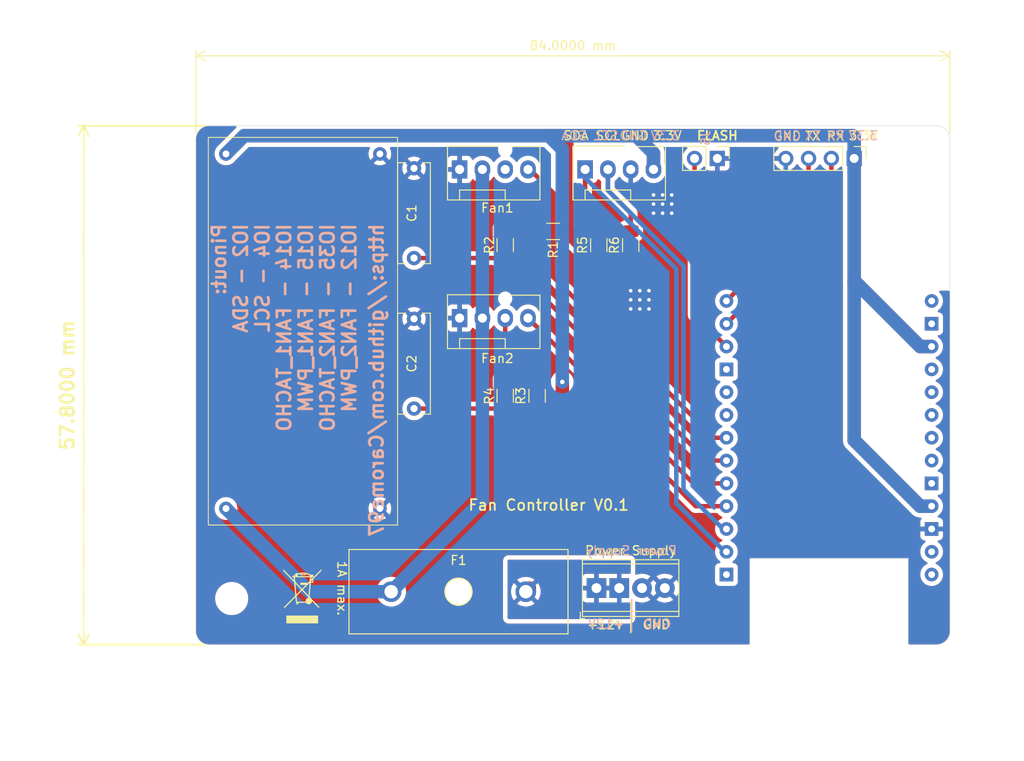
<source format=kicad_pcb>
(kicad_pcb (version 20221018) (generator pcbnew)
  (title_block (title "WS2812-Controller Ethernet") (date "2022-01-30") (rev "0.3") (company "haus-automatisierung.com") (comment 1 "Matthias Kleine"))
  (layers (0 "F.Cu" signal) (31 "B.Cu" signal) (34 "B.Paste" user) (35 "F.Paste" user) (36 "B.SilkS" user "B.Silkscreen") (37 "F.SilkS" user "F.Silkscreen") (38 "B.Mask" user) (39 "F.Mask" user) (44 "Edge.Cuts" user))
  (net 0 "")
  (net 1 "GND")
  (net 2 "/TX")
  (net 3 "/RX")
  (net 4 "/SUPPLY")
  (net 5 "IO0")
  (net 8 "GPIO35")
  (net 14 "+12V")
  (net 18 "FAN1_TACHO")
  (net 21 "GPIO14")
  (net 23 "FAN1_PWM")
  (net 24 "FAN2_TACHO")
  (net 25 "FAN2_PWM")
  (net 26 "SDA")
  (net 27 "SCL")
  (net 28 "+3V3")
  (footprint "TerminalBlock_Phoenix:TerminalBlock_Phoenix_MPT-0,5-4-2.54_1x04_P2.54mm_Horizontal" (layer "F.Cu") (at 189.222436 109.327728)
    (fp_text reference "J2" hide)
    (fp_text value "Conn_01x04_Male")
    (fp_line (start -1.8 2.66) (end -1.8 3.4) (stroke (width 0.12)) (layer "F.SilkS"))
    (fp_line (start -1.8 3.4) (end -1.3 3.4) (stroke (width 0.12)) (layer "F.SilkS"))
    (fp_line (start -1.56 -3.16) (end -1.56 3.16) (stroke (width 0.12)) (layer "F.SilkS"))
    (fp_line (start -1.56 -3.16) (end 9.18 -3.16) (stroke (width 0.12)) (layer "F.SilkS"))
    (fp_line (start -1.56 -2.7) (end 9.18 -2.7) (stroke (width 0.12)) (layer "F.SilkS"))
    (fp_line (start -1.56 2.6) (end 9.18 2.6) (stroke (width 0.12)) (layer "F.SilkS"))
    (fp_line (start -1.56 3.16) (end 9.18 3.16) (stroke (width 0.12)) (layer "F.SilkS"))
    (fp_line (start 9.18 -3.16) (end 9.18 3.16) (stroke (width 0.12)) (layer "F.SilkS"))
    (pad "1" thru_hole rect (at 0 0) (size 2.2 2.2) (drill 1.1) (layers "*.Cu" "*.Mask") (net 4 "/SUPPLY"))
    (pad "2" thru_hole rect (at 2.54 0) (size 2.2 2.2) (drill 1.1) (layers "*.Cu" "*.Mask") (net 4 "/SUPPLY"))
    (pad "3" thru_hole circle (at 5.08 0) (size 2.2 2.2) (drill 1.1) (layers "*.Cu" "*.Mask") (net 1 "GND"))
    (pad "4" thru_hole circle (at 7.62 0) (size 2.2 2.2) (drill 1.1) (layers "*.Cu" "*.Mask") (net 1 "GND"))
  )
  (footprint "Connector_PinHeader_2.54mm:PinHeader_1x04_P2.54mm_Vertical" (layer "F.Cu") (at 217.932 61.468 -90)
    (fp_text reference "J1" hide)
    (fp_text value "Programming Port")
    (fp_line (start -1.33 -1.33) (end 0 -1.33) (stroke (width 0.12)) (layer "F.SilkS"))
    (fp_line (start -1.33 0) (end -1.33 -1.33) (stroke (width 0.12)) (layer "F.SilkS"))
    (fp_line (start -1.33 1.27) (end -1.33 8.95) (stroke (width 0.12)) (layer "F.SilkS"))
    (fp_line (start -1.33 1.27) (end 1.33 1.27) (stroke (width 0.12)) (layer "F.SilkS"))
    (fp_line (start -1.33 8.95) (end 1.33 8.95) (stroke (width 0.12)) (layer "F.SilkS"))
    (fp_line (start 1.33 1.27) (end 1.33 8.95) (stroke (width 0.12)) (layer "F.SilkS"))
    (pad "1" thru_hole rect (at 0 0 270) (size 1.7 1.7) (drill 1) (layers "*.Cu" "*.Mask") (net 28 "+3V3"))
    (pad "2" thru_hole oval (at 0 2.54 270) (size 1.7 1.7) (drill 1) (layers "*.Cu" "*.Mask") (net 3 "/RX"))
    (pad "3" thru_hole oval (at 0 5.08 270) (size 1.7 1.7) (drill 1) (layers "*.Cu" "*.Mask") (net 2 "/TX"))
    (pad "4" thru_hole oval (at 0 7.62 270) (size 1.7 1.7) (drill 1) (layers "*.Cu" "*.Mask") (net 1 "GND"))
  )
  (footprint "Symbol:WEEE-Logo_4.2x6mm_SilkScreen" (layer "F.Cu") (at 156.464 110.236)
    (fp_text reference "REF**" hide)
    (fp_text value "WEEE-Logo_4.2x6mm_SilkScreen" hide)
    (fp_poly (pts (xy 1.747822 3.017822) (xy -1.772971 3.017822) (xy -1.772971 2.150198) (xy 1.747822 2.150198) (xy 1.747822 3.017822)) (stroke (width 0.01)) (fill solid) (layer "F.SilkS"))
    (fp_poly (pts (xy 2.12443 -2.935152) (xy 2.123811 -2.848069) (xy 1.672086 -2.389109) (xy 1.220361 -1.930148) (xy 1.220032 -1.719529) (xy 1.219703 -1.508911) (xy 0.94461 -1.508911) (xy 0.937522 -1.45547) (xy 0.934838 -1.431112) (xy 0.930313 -1.385241) (xy 0.924191 -1.320595) (xy 0.916712 -1.239909) (xy 0.908119 -1.145919) (xy 0.898654 -1.041363) (xy 0.888558 -0.928975) (xy 0.878074 -0.811493) (xy 0.867444 -0.691652) (xy 0.856909 -0.572189) (xy 0.846713 -0.455841) (xy 0.837095 -0.345343) (xy 0.8283 -0.243431) (xy 0.820568 -0.152842) (xy 0.814142 -0.076313) (xy 0.809263 -0.016579) (xy 0.806175 0.023624) (xy 0.805117 0.041559) (xy 0.805118 0.041644) (xy 0.812827 0.056035) (xy 0.835981 0.085748) (xy 0.874895 0.131131) (xy 0.929884 0.192529) (xy 1.001264 0.270288) (xy 1.089349 0.364754) (xy 1.194454 0.476272) (xy 1.316895 0.605188) (xy 1.35131 0.641287) (xy 1.897137 1.213416) (xy 1.808881 1.301436) (xy 1.737485 1.223758) (xy 1.711366 1.195686) (xy 1.670566 1.152274) (xy 1.617777 1.096366) (xy 1.555691 1.030808) (xy 1.487 0.958441) (xy 1.414396 0.882112) (xy 1.37096 0.836524) (xy 1.289416 0.751119) (xy 1.223504 0.68271) (xy 1.171544 0.630053) (xy 1.131855 0.591905) (xy 1.102757 0.56702) (xy 1.082569 0.554156) (xy 1.06961 0.552068) (xy 1.0622 0.559513) (xy 1.058658 0.575246) (xy 1.057303 0.598023) (xy 1.057121 0.604239) (xy 1.047703 0.647061) (xy 1.024497 0.698819) (xy 0.992136 0.751328) (xy 0.955252 0.796403) (xy 0.940493 0.810328) (xy 0.864767 0.859047) (xy 0.776308 0.886306) (xy 0.6981 0.892773) (xy 0.609468 0.880576) (xy 0.527612 0.844813) (xy 0.455164 0.786722) (xy 0.441797 0.772262) (xy 0.392918 0.716733) (xy -0.452674 0.716733) (xy -0.452674 0.892773) (xy -0.67901 0.892773) (xy -0.67901 0.810531) (xy -0.68185 0.754386) (xy -0.691393 0.715416) (xy -0.702991 0.694219) (xy -0.711277 0.679052) (xy -0.718373 0.657062) (xy -0.724748 0.624987) (xy -0.730872 0.579569) (xy -0.737216 0.517548) (xy -0.74425 0.435662) (xy -0.749066 0.374746) (xy -0.771161 0.089343) (xy -1.313565 0.638805) (xy -1.411637 0.738228) (xy -1.505784 0.833815) (xy -1.594285 0.92381) (xy -1.67542 1.006457) (xy -1.747469 1.080001) (xy -1.808712 1.142684) (xy -1.857427 1.192752) (xy -1.891896 1.228448) (xy -1.910379 1.247995) (xy -1.940743 1.278944) (xy -1.966071 1.30053) (xy -1.979695 1.307723) (xy -1.997095 1.299297) (xy -2.02246 1.278245) (xy -2.031058 1.269671) (xy -2.067514 1.23162) (xy -1.866802 1.027658) (xy -1.815596 0.975699) (xy -1.749569 0.90882) (xy -1.671618 0.82995) (xy -1.584638 0.742014) (xy -1.491526 0.647941) (xy -1.395179 0.550658) (xy -1.298492 0.453093) (xy -1.229134 0.383145) (xy -1.123703 0.27655) (xy -1.035129 0.186307) (xy -0.962281 0.111192) (xy -0.904023 0.049986) (xy -0.859225 0.001466) (xy -0.837021 -0.023871) (xy -0.658724 -0.023871) (xy -0.636401 0.261555) (xy -0.629669 0.345219) (xy -0.623157 0.421727) (xy -0.617234 0.487081) (xy -0.612268 0.537281) (xy -0.608629 0.568329) (xy -0.607458 0.575273) (xy -0.600838 0.603565) (xy 0.348636 0.603565) (xy 0.354974 0.524606) (xy 0.37411 0.431315) (xy 0.414154 0.348791) (xy 0.472582 0.280038) (xy 0.546871 0.228063) (xy 0.630252 0.196863) (xy 0.657302 0.182228) (xy 0.670844 0.150819) (xy 0.671128 0.149434) (xy 0.672753 0.136174) (xy 0.670744 0.122595) (xy 0.663142 0.106181) (xy 0.647984 0.084411) (xy 0.623312 0.054767) (xy 0.587164 0.014732) (xy 0.53758 -0.038215) (xy 0.472599 -0.106591) (xy 0.468401 -0.110995) (xy 0.398507 -0.184389) (xy 0.3242 -0.262563) (xy 0.250586 -0.340136) (xy 0.182771 -0.411725) (xy 0.12586 -0.471949) (xy 0.113168 -0.485413) (xy 0.064513 -0.53618) (xy 0.021291 -0.579625) (xy -0.013395 -0.612759) (xy -0.036444 -0.632595) (xy -0.044182 -0.636954) (xy -0.055722 -0.62783) (xy -0.08271 -0.6028) (xy -0.123021 -0.563948) (xy -0.174529 -0.513357) (xy -0.235109 -0.453112) (xy -0.302636 -0.385296) (xy -0.357826 -0.329435) (xy -0.658724 -0.023871) (xy -0.837021 -0.023871) (xy -0.826751 -0.035589) (xy -0.805471 -0.062401) (xy -0.794251 -0.080192) (xy -0.791754 -0.08843) (xy -0.7927 -0.10641) (xy -0.795573 -0.147108) (xy -0.800187 -0.208181) (xy -0.806358 -0.287287) (xy -0.813898 -0.382086) (xy -0.822621 -0.490233) (xy -0.832343 -0.609388) (xy -0.842876 -0.737209) (xy -0.851365 -0.839365) (xy -0.899396 -1.415326) (xy -0.775805 -1.415326) (xy -0.775273 -1.402896) (xy -0.772769 -1.36789) (xy -0.768496 -1.312785) (xy -0.762653 -1.240057) (xy -0.755443 -1.152186) (xy -0.747066 -1.051649) (xy -0.737723 -0.940923) (xy -0.728758 -0.835795) (xy -0.718602 -0.716517) (xy -0.709142 -0.60392) (xy -0.700596 -0.500695) (xy -0.693179 -0.409527) (xy -0.687108 -0.333105) (xy -0.682601 -0.274117) (xy -0.679873 -0.235251) (xy -0.679116 -0.220156) (xy -0.677935 -0.210762) (xy -0.673256 -0.207034) (xy -0.663276 -0.210529) (xy -0.64619 -0.222801) (xy -0.620196 -0.245406) (xy -0.58349 -0.2799) (xy -0.534267 -0.327838) (xy -0.470726 -0.390776) (xy -0.403305 -0.458032) (xy -0.127601 -0.733523) (xy -0.129533 -0.735594) (xy 0.05271 -0.735594) (xy 0.061016 -0.72422) (xy 0.084267 -0.697437) (xy 0.120135 -0.657708) (xy 0.166287 -0.607493) (xy 0.220394 -0.549254) (xy 0.280126 -0.485453) (xy 0.343152 -0.418551) (xy 0.407142 -0.35101) (xy 0.469764 -0.28529) (xy 0.52869 -0.223854) (xy 0.581588 -0.169163) (xy 0.626128 -0.123678) (xy 0.65998 -0.089862) (xy 0.680812 -0.070174) (xy 0.686494 -0.066163) (xy 0.688366 -0.079109) (xy 0.692254 -0.114866) (xy 0.697943 -0.171196) (xy 0.705219 -0.24586) (xy 0.713869 -0.33662) (xy 0.723678 -0.441238) (xy 0.734434 -0.557474) (xy 0.745921 -0.683092) (xy 0.755093 -0.784382) (xy 0.766826 -0.915721) (xy 0.777665 -1.039448) (xy 0.78743 -1.153319) (xy 0.795937 -1.255089) (xy 0.803005 -1.342513) (xy 0.808451 -1.413347) (xy 0.812092 -1.465347) (xy 0.813747 -1.496268) (xy 0.813558 -1.504297) (xy 0.803666 -1.497146) (xy 0.778476 -1.474159) (xy 0.74019 -1.437561) (xy 0.691011 -1.389578) (xy 0.633139 -1.332434) (xy 0.568778 -1.268353) (xy 0.500129 -1.199562) (xy 0.429395 -1.128284) (xy 0.358778 -1.056745) (xy 0.29048 -0.98717) (xy 0.226704 -0.921783) (xy 0.16965 -0.862809) (xy 0.121522 -0.812473) (xy 0.084522 -0.773001) (xy 0.060852 -0.746617) (xy 0.05271 -0.735594) (xy -0.129533 -0.735594) (xy -0.230409 -0.843705) (xy -0.282768 -0.899623) (xy -0.341535 -0.962052) (xy -0.404385 -1.028557) (xy -0.468995 -1.096702) (xy -0.533042 -1.164052) (xy -0.594203 -1.228172) (xy -0.650153 -1.286628) (xy -0.69857 -1.336982) (xy -0.73713 -1.376802) (xy -0.763509 -1.40365) (xy -0.775384 -1.415092) (xy -0.775805 -1.415326) (xy -0.899396 -1.415326) (xy -0.911401 -1.559274) (xy -1.511938 -2.190842) (xy -2.112475 -2.822411) (xy -2.112034 -2.910685) (xy -2.111592 -2.99896) (xy -2.014583 -2.895334) (xy -1.960291 -2.837537) (xy -1.896192 -2.769632) (xy -1.824016 -2.693428) (xy -1.745492 -2.610731) (xy -1.662349 -2.523347) (xy -1.576319 -2.433085) (xy -1.48913 -2.34175) (xy -1.402513 -2.251151) (xy -1.318197 -2.163093) (xy -1.237912 -2.079385) (xy -1.163387 -2.001833) (xy -1.096354 -1.932243) (xy -1.038541 -1.872424) (xy -0.991679 -1.824182) (xy -0.957496 -1.789324) (xy -0.937724 -1.769657) (xy -0.93339 -1.765884) (xy -0.933092 -1.779008) (xy -0.934731 -1.812611) (xy -0.938023 -1.86212) (xy -0.942682 -1.922963) (xy -0.944682 -1.947268) (xy -0.959577 -2.125049) (xy -0.842955 -2.125049) (xy -0.836934 -2.096757) (xy -0.833863 -2.074382) (xy -0.829548 -2.032283) (xy -0.824488 -1.975822) (xy -0.819181 -1.910365) (xy -0.817344 -1.886138) (xy -0.811927 -1.816579) (xy -0.806459 -1.751982) (xy -0.801488 -1.698452) (xy -0.797561 -1.66209) (xy -0.796675 -1.655491) (xy -0.793334 -1.641944) (xy -0.786101 -1.626086) (xy -0.77344 -1.606139) (xy -0.753811 -1.580327) (xy -0.725678 -1.546871) (xy -0.687502 -1.503993) (xy -0.637746 -1.449917) (xy -0.574871 -1.382864) (xy -0.497341 -1.301057) (xy -0.418251 -1.21805) (xy -0.339564 -1.135906) (xy -0.266112 -1.059831) (xy -0.199724 -0.991675) (xy -0.142227 -0.933288) (xy -0.095451 -0.886519) (xy -0.061224 -0.853218) (xy -0.041373 -0.835233) (xy -0.03714 -0.832558) (xy -0.026003 -0.842259) (xy 0.000029 -0.867559) (xy 0.03843 -0.905918) (xy 0.086672 -0.9548) (xy 0.14223 -1.011666) (xy 0.182408 -1.053094) (xy 0.392169 -1.27) (xy -0.226337 -1.27) (xy -0.226337 -1.508911) (xy 0.528119 -1.508911) (xy 0.528119 -1.402458) (xy 0.666435 -1.540346) (xy 0.764553 -1.63816) (xy 0.955643 -1.63816) (xy 0.957471 -1.62273) (xy 0.966723 -1.614133) (xy 0.98905 -1.610387) (xy 1.030105 -1.609511) (xy 1.037376 -1.609505) (xy 1.119109 -1.609505) (xy 1.119109 -1.828828) (xy 1.037376 -1.747821) (xy 0.99127 -1.698572) (xy 0.963694 -1.660841) (xy 0.955643 -1.63816) (xy 0.764553 -1.63816) (xy 0.804752 -1.678234) (xy 0.804752 -1.801048) (xy 0.805137 -1.85755) (xy 0.8069 -1.893495) (xy 0.81095 -1.91347) (xy 0.818199 -1.922063) (xy 0.82913 -1.923861) (xy 0.841288 -1.926502) (xy 0.850273 -1.937088) (xy 0.857174 -1.959619) (xy 0.863076 -1.998091) (xy 0.869065 -2.056502) (xy 0.870987 -2.077896) (xy 0.875148 -2.125049) (xy -0.842955 -2.125049) (xy -0.959577 -2.125049) (xy -1.119109 -2.125049) (xy -1.119109 -2.238218) (xy -1.051314 -2.238218) (xy -1.011662 -2.239304) (xy -0.990116 -2.244546) (xy -0.98748 -2.247666) (xy -0.848616 -2.247666) (xy -0.841308 -2.240538) (xy -0.815993 -2.238338) (xy -0.798908 -2.238218) (xy -0.741881 -2.238218) (xy -0.529221 -2.238218) (xy 0.885302 -2.238218) (xy 0.837458 -2.287214) (xy 0.76315 -2.347676) (xy 0.671184 -2.394309) (xy 0.560002 -2.427751) (xy 0.449529 -2.446247) (xy 0.377227 -2.454878) (xy 0.377227 -2.36396) (xy -0.201188 -2.36396) (xy -0.201188 -2.467107) (xy -0.286065 -2.458504) (xy -0.345368 -2.451244) (xy -0.408551 -2.441621) (xy -0.446386 -2.434748) (xy -0.521832 -2.419593) (xy -0.525526 -2.328905) (xy -0.529221 -2.238218) (xy -0.741881 -2.238218) (xy -0.741881 -2.288515) (xy -0.743544 -2.320024) (xy -0.747697 -2.337537) (xy -0.749371 -2.338812) (xy -0.767987 -2.330746) (xy -0.795183 -2.31118) (xy -0.822448 -2.287056) (xy -0.841267 -2.265318) (xy -0.842943 -2.262492) (xy -0.848616 -2.247666) (xy -0.98748 -2.247666) (xy -0.979662 -2.256919) (xy -0.975442 -2.270396) (xy -0.958219 -2.305373) (xy -0.925138 -2.347421) (xy -0.881893 -2.390644) (xy -0.834174 -2.429146) (xy -0.80283 -2.449199) (xy -0.767123 -2.471149) (xy -0.748819 -2.489589) (xy -0.742388 -2.511332) (xy -0.741894 -2.524282) (xy -0.741894 -2.527425) (xy -0.100594 -2.527425) (xy -0.100594 -2.464554) (xy 0.276633 -2.464554) (xy 0.276633 -2.527425) (xy -0.100594 -2.527425) (xy -0.741894 -2.527425) (xy -0.741881 -2.565148) (xy -0.636048 -2.565148) (xy -0.587355 -2.563971) (xy -0.549405 -2.560835) (xy -0.528308 -2.556329) (xy -0.526023 -2.554505) (xy -0.512641 -2.551705) (xy -0.480074 -2.552852) (xy -0.433916 -2.557607) (xy -0.402376 -2.561997) (xy -0.345188 -2.570622) (xy -0.292886 -2.578409) (xy -0.253582 -2.584153) (xy -0.242055 -2.585785) (xy -0.211937 -2.595112) (xy -0.201188 -2.609728) (xy -0.19792 -2.61568) (xy -0.18623 -2.620222) (xy -0.163288 -2.62353) (xy -0.126265 -2.625785) (xy -0.072332 -2.627166) (xy 0.00134 -2.62785) (xy 0.08802 -2.62802) (xy 0.180529 -2.627923) (xy 0.250906 -2.62747) (xy 0.302164 -2.62641) (xy 0.33732 -2.624497) (xy 0.359389 -2.621481) (xy 0.371385 -2.617115) (xy 0.376324 -2.611151) (xy 0.377227 -2.604216) (xy 0.384921 -2.582205) (xy 0.410121 -2.569679) (xy 0.456009 -2.565212) (xy 0.464264 -2.565148) (xy 0.541973 -2.557132) (xy 0.630233 -2.535064) (xy 0.721085 -2.501916) (xy 0.80657 -2.460661) (xy 0.878726 -2.414269) (xy 0.888072 -2.406918) (xy 0.918533 -2.383002) (xy 0.936572 -2.373424) (xy 0.949169 -2.37652) (xy 0.9621 -2.389296) (xy 1.000293 -2.414322) (xy 1.049998 -2.423929) (xy 1.103524 -2.418933) (xy 1.153178 -2.400149) (xy 1.191267 -2.368394) (xy 1.194025 -2.364703) (xy 1.222526 -2.305425) (xy 1.227828 -2.244066) (xy 1.210518 -2.185573) (xy 1.17118 -2.134896) (xy 1.16637 -2.130711) (xy 1.13844 -2.110833) (xy 1.110102 -2.102079) (xy 1.070263 -2.101447) (xy 1.060311 -2.102008) (xy 1.021332 -2.103438) (xy 1.001254 -2.100161) (xy 0.993985 -2.090272) (xy 0.99324 -2.081039) (xy 0.991716 -2.054256) (xy 0.987935 -2.013975) (xy 0.985218 -1.989876) (xy 0.981277 -1.951599) (xy 0.982916 -1.932004) (xy 0.992421 -1.924842) (xy 1.009351 -1.923861) (xy 1.019392 -1.927099) (xy 1.03559 -1.93758) (xy 1.059145 -1.956452) (xy 1.091257 -1.984865) (xy 1.133128 -2.023965) (xy 1.185957 -2.074903) (xy 1.250945 -2.138827) (xy 1.329291 -2.216886) (xy 1.422197 -2.310228) (xy 1.530863 -2.420002) (xy 1.583231 -2.473048) (xy 2.125049 -3.022233) (xy 2.12443 -2.935152)) (stroke (width 0.01)) (fill solid) (layer "F.SilkS"))
  )
  (footprint "halibs:Fuse-PTF75_Stelvio" (layer "F.Cu") (at 173.856 105.028)
    (fp_text reference "F1" (at 0.002001 1.2065) (layer "F.SilkS"))
    (fp_text value "Fuse")
    (fp_line (start -12.2 0) (end -12.2 9.4) (stroke (width 0.12)) (layer "F.SilkS"))
    (fp_line (start -12.2 0) (end 12.2 0) (stroke (width 0.12)) (layer "F.SilkS"))
    (fp_line (start -12.2 9.4) (end 12.2 9.4) (stroke (width 0.12)) (layer "F.SilkS"))
    (fp_line (start 12.2 0) (end 12.2 9.4) (stroke (width 0.12)) (layer "F.SilkS"))
    (fp_arc (start 0 3.2) (mid 0 6.2) (end 0 3.2) (stroke (width 0.15)) (layer "F.SilkS"))
    (pad "" np_thru_hole circle (at 0 4.7) (size 2.6 2.6) (drill 2.6) (layers "*.Cu" "*.Mask"))
    (pad "1" thru_hole circle (at -7.5 4.7) (size 2.3 2.3) (drill 1.5) (layers "*.Cu" "*.Mask") (net 14 "+12V"))
    (pad "2" thru_hole circle (at 7.5 4.7) (size 2.3 2.3) (drill 1.5) (layers "*.Cu" "*.Mask") (net 4 "/SUPPLY"))
  )
  (footprint "Connector_PinHeader_2.54mm:PinHeader_1x02_P2.54mm_Vertical" (layer "F.Cu") (at 202.692 61.468 -90)
    (fp_text reference "J5" (at -2.286 1.275 90) (layer "B.SilkS") (effects (justify mirror)))
    (fp_text value "Flash")
    (fp_line (start -1.33 -1.33) (end 0 -1.33) (stroke (width 0.12)) (layer "F.SilkS"))
    (fp_line (start -1.33 0) (end -1.33 -1.33) (stroke (width 0.12)) (layer "F.SilkS"))
    (fp_line (start -1.33 1.27) (end -1.33 3.87) (stroke (width 0.12)) (layer "F.SilkS"))
    (fp_line (start -1.33 1.27) (end 1.33 1.27) (stroke (width 0.12)) (layer "F.SilkS"))
    (fp_line (start -1.33 3.87) (end 1.33 3.87) (stroke (width 0.12)) (layer "F.SilkS"))
    (fp_line (start 1.33 1.27) (end 1.33 3.87) (stroke (width 0.12)) (layer "F.SilkS"))
    (pad "1" thru_hole rect (at 0 0 270) (size 1.7 1.7) (drill 1) (layers "*.Cu" "*.Mask") (net 1 "GND"))
    (pad "2" thru_hole oval (at 0 2.54 270) (size 1.7 1.7) (drill 1) (layers "*.Cu" "*.Mask") (net 5 "IO0"))
  )
  (footprint "Resistor_SMD:R_1206_3216Metric_Pad1.30x1.75mm_HandSolder" (layer "F.Cu") (at 189.484 71.12 90)
    (fp_text reference "R5" (at 0 -1.82 90) (layer "F.SilkS"))
    (fp_text value "3,3k")
    (fp_line (start -0.727064 -0.91) (end 0.727064 -0.91) (stroke (width 0.12)) (layer "F.SilkS"))
    (fp_line (start -0.727064 0.91) (end 0.727064 0.91) (stroke (width 0.12)) (layer "F.SilkS"))
    (pad "1" smd roundrect (at -1.55 0 90) (size 1.3 1.75) (layers "F.Cu" "F.Paste" "F.Mask") (roundrect_rratio 0.1923076923) (net 28 "+3V3"))
    (pad "2" smd roundrect (at 1.55 0 90) (size 1.3 1.75) (layers "F.Cu" "F.Paste" "F.Mask") (roundrect_rratio 0.1923076923) (net 26 "SDA"))
  )
  (footprint "Capacitor_THT:C_Rect_L11.0mm_W3.4mm_P10.00mm_MKT" (layer "F.Cu") (at 168.9 89.328 90)
    (fp_text reference "C2" (at 5 -0.244 90) (layer "F.SilkS"))
    (fp_text value "0,1n")
    (fp_line (start -0.62 -1.82) (end -0.62 -0.925) (stroke (width 0.12)) (layer "F.SilkS"))
    (fp_line (start -0.62 -1.82) (end 10.62 -1.82) (stroke (width 0.12)) (layer "F.SilkS"))
    (fp_line (start -0.62 0.925) (end -0.62 1.82) (stroke (width 0.12)) (layer "F.SilkS"))
    (fp_line (start -0.62 1.82) (end 10.62 1.82) (stroke (width 0.12)) (layer "F.SilkS"))
    (fp_line (start 10.62 -1.82) (end 10.62 -0.925) (stroke (width 0.12)) (layer "F.SilkS"))
    (fp_line (start 10.62 0.925) (end 10.62 1.82) (stroke (width 0.12)) (layer "F.SilkS"))
    (pad "1" thru_hole circle (at 0 0 90) (size 1.6 1.6) (drill 0.8) (layers "*.Cu" "*.Mask") (net 8 "GPIO35"))
    (pad "2" thru_hole circle (at 10 0 90) (size 1.6 1.6) (drill 0.8) (layers "*.Cu" "*.Mask") (net 1 "GND"))
  )
  (footprint "Connector:FanPinHeader_1x04_P2.54mm_Vertical" (layer "F.Cu") (at 173.98 62.692)
    (fp_text reference "J3" hide)
    (fp_text value "FAN1")
    (fp_line (start -1.35 -2.6) (end 4.4 -2.6) (stroke (width 0.12)) (layer "F.SilkS"))
    (fp_line (start -1.35 3.4) (end -1.35 -2.6) (stroke (width 0.12)) (layer "F.SilkS"))
    (fp_line (start 0 2.29) (end 5.08 2.29) (stroke (width 0.12)) (layer "F.SilkS"))
    (fp_line (start 0 3.3) (end 0 2.29) (stroke (width 0.12)) (layer "F.SilkS"))
    (fp_line (start 5.08 2.29) (end 5.08 3.3) (stroke (width 0.12)) (layer "F.SilkS"))
    (fp_line (start 5.75 -2.55) (end 8.95 -2.55) (stroke (width 0.12)) (layer "F.SilkS"))
    (fp_line (start 8.95 -2.55) (end 8.95 3.4) (stroke (width 0.12)) (layer "F.SilkS"))
    (fp_line (start 8.95 3.4) (end -1.35 3.4) (stroke (width 0.12)) (layer "F.SilkS"))
    (pad "" np_thru_hole circle (at 5.08 -2.16 90) (size 1.1 1.1) (drill 1.1) (layers "*.Cu" "*.Mask"))
    (pad "1" thru_hole rect (at 0 0 90) (size 2.03 1.73) (drill 1.02) (layers "*.Cu" "*.Mask") (net 1 "GND"))
    (pad "2" thru_hole oval (at 2.54 0 90) (size 2.03 1.73) (drill 1.02) (layers "*.Cu" "*.Mask") (net 14 "+12V"))
    (pad "3" thru_hole oval (at 5.08 0 90) (size 2.03 1.73) (drill 1.02) (layers "*.Cu" "*.Mask") (net 18 "FAN1_TACHO"))
    (pad "4" thru_hole oval (at 7.62 0 90) (size 2.03 1.73) (drill 1.02) (layers "*.Cu" "*.Mask") (net 23 "FAN1_PWM"))
  )
  (footprint "MountingHole:MountingHole_3.2mm_M3" (layer "F.Cu") (at 225.044 61.341)
    (fp_text reference "H3" hide)
    (fp_text value "MountingHole")
    (pad "" np_thru_hole circle (at 0 0) (size 3.2 3.2) (drill 3.2) (layers "*.Cu" "*.Mask"))
  )
  (footprint "Connector:FanPinHeader_1x04_P2.54mm_Vertical" (layer "F.Cu") (at 187.96 62.692)
    (fp_text reference "J6" hide)
    (fp_text value "I2C")
    (fp_line (start -1.35 -2.6) (end 4.4 -2.6) (stroke (width 0.12)) (layer "F.SilkS"))
    (fp_line (start -1.35 3.4) (end -1.35 -2.6) (stroke (width 0.12)) (layer "F.SilkS"))
    (fp_line (start 0 2.29) (end 5.08 2.29) (stroke (width 0.12)) (layer "F.SilkS"))
    (fp_line (start 0 3.3) (end 0 2.29) (stroke (width 0.12)) (layer "F.SilkS"))
    (fp_line (start 5.08 2.29) (end 5.08 3.3) (stroke (width 0.12)) (layer "F.SilkS"))
    (fp_line (start 5.75 -2.55) (end 8.95 -2.55) (stroke (width 0.12)) (layer "F.SilkS"))
    (fp_line (start 8.95 -2.55) (end 8.95 3.4) (stroke (width 0.12)) (layer "F.SilkS"))
    (fp_line (start 8.95 3.4) (end -1.35 3.4) (stroke (width 0.12)) (layer "F.SilkS"))
    (pad "" np_thru_hole circle (at 5.08 -2.16 90) (size 1.1 1.1) (drill 1.1) (layers "*.Cu" "*.Mask"))
    (pad "1" thru_hole rect (at 0 0 90) (size 2.03 1.73) (drill 1.02) (layers "*.Cu" "*.Mask") (net 26 "SDA"))
    (pad "2" thru_hole oval (at 2.54 0 90) (size 2.03 1.73) (drill 1.02) (layers "*.Cu" "*.Mask") (net 27 "SCL"))
    (pad "3" thru_hole oval (at 5.08 0 90) (size 2.03 1.73) (drill 1.02) (layers "*.Cu" "*.Mask") (net 1 "GND"))
    (pad "4" thru_hole oval (at 7.62 0 90) (size 2.03 1.73) (drill 1.02) (layers "*.Cu" "*.Mask") (net 28 "+3V3"))
  )
  (footprint "Connector:FanPinHeader_1x04_P2.54mm_Vertical" (layer "F.Cu") (at 173.98 79.248)
    (fp_text reference "J4" hide)
    (fp_text value "FAN2")
    (fp_line (start -1.35 -2.6) (end 4.4 -2.6) (stroke (width 0.12)) (layer "F.SilkS"))
    (fp_line (start -1.35 3.4) (end -1.35 -2.6) (stroke (width 0.12)) (layer "F.SilkS"))
    (fp_line (start 0 2.29) (end 5.08 2.29) (stroke (width 0.12)) (layer "F.SilkS"))
    (fp_line (start 0 3.3) (end 0 2.29) (stroke (width 0.12)) (layer "F.SilkS"))
    (fp_line (start 5.08 2.29) (end 5.08 3.3) (stroke (width 0.12)) (layer "F.SilkS"))
    (fp_line (start 5.75 -2.55) (end 8.95 -2.55) (stroke (width 0.12)) (layer "F.SilkS"))
    (fp_line (start 8.95 -2.55) (end 8.95 3.4) (stroke (width 0.12)) (layer "F.SilkS"))
    (fp_line (start 8.95 3.4) (end -1.35 3.4) (stroke (width 0.12)) (layer "F.SilkS"))
    (pad "" np_thru_hole circle (at 5.08 -2.16 90) (size 1.1 1.1) (drill 1.1) (layers "*.Cu" "*.Mask"))
    (pad "1" thru_hole rect (at 0 0 90) (size 2.03 1.73) (drill 1.02) (layers "*.Cu" "*.Mask") (net 1 "GND"))
    (pad "2" thru_hole oval (at 2.54 0 90) (size 2.03 1.73) (drill 1.02) (layers "*.Cu" "*.Mask") (net 14 "+12V"))
    (pad "3" thru_hole oval (at 5.08 0 90) (size 2.03 1.73) (drill 1.02) (layers "*.Cu" "*.Mask") (net 24 "FAN2_TACHO"))
    (pad "4" thru_hole oval (at 7.62 0 90) (size 2.03 1.73) (drill 1.02) (layers "*.Cu" "*.Mask") (net 25 "FAN2_PWM"))
  )
  (footprint "Resistor_SMD:R_1206_3216Metric_Pad1.30x1.75mm_HandSolder" (layer "F.Cu") (at 193.04 71.12 90)
    (fp_text reference "R6" (at 0 -1.82 90) (layer "F.SilkS"))
    (fp_text value "3,3k")
    (fp_line (start -0.727064 -0.91) (end 0.727064 -0.91) (stroke (width 0.12)) (layer "F.SilkS"))
    (fp_line (start -0.727064 0.91) (end 0.727064 0.91) (stroke (width 0.12)) (layer "F.SilkS"))
    (pad "1" smd roundrect (at -1.55 0 90) (size 1.3 1.75) (layers "F.Cu" "F.Paste" "F.Mask") (roundrect_rratio 0.1923076923) (net 28 "+3V3"))
    (pad "2" smd roundrect (at 1.55 0 90) (size 1.3 1.75) (layers "F.Cu" "F.Paste" "F.Mask") (roundrect_rratio 0.1923076923) (net 27 "SCL"))
  )
  (footprint "Resistor_SMD:R_1206_3216Metric_Pad1.30x1.75mm_HandSolder" (layer "F.Cu") (at 182.616 87.91 90)
    (fp_text reference "R3" (at 0 -1.82 90) (layer "F.SilkS"))
    (fp_text value "10k")
    (fp_line (start -0.727064 -0.91) (end 0.727064 -0.91) (stroke (width 0.12)) (layer "F.SilkS"))
    (fp_line (start -0.727064 0.91) (end 0.727064 0.91) (stroke (width 0.12)) (layer "F.SilkS"))
    (pad "1" smd roundrect (at -1.55 0 90) (size 1.3 1.75) (layers "F.Cu" "F.Paste" "F.Mask") (roundrect_rratio 0.1923076923) (net 28 "+3V3"))
    (pad "2" smd roundrect (at 1.55 0 90) (size 1.3 1.75) (layers "F.Cu" "F.Paste" "F.Mask") (roundrect_rratio 0.1923076923) (net 24 "FAN2_TACHO"))
  )
  (footprint "Resistor_SMD:R_1206_3216Metric_Pad1.30x1.75mm_HandSolder" (layer "F.Cu") (at 184.404 69.596 180)
    (fp_text reference "R1" (at 0 -2.032 90) (layer "F.SilkS"))
    (fp_text value "10k")
    (fp_line (start -0.727064 -0.91) (end 0.727064 -0.91) (stroke (width 0.12)) (layer "F.SilkS"))
    (fp_line (start -0.727064 0.91) (end 0.727064 0.91) (stroke (width 0.12)) (layer "F.SilkS"))
    (pad "1" smd roundrect (at -1.55 0 180) (size 1.3 1.75) (layers "F.Cu" "F.Paste" "F.Mask") (roundrect_rratio 0.1923076923) (net 28 "+3V3"))
    (pad "2" smd roundrect (at 1.55 0 180) (size 1.3 1.75) (layers "F.Cu" "F.Paste" "F.Mask") (roundrect_rratio 0.1923076923) (net 18 "FAN1_TACHO"))
  )
  (footprint "Resistor_SMD:R_1206_3216Metric_Pad1.30x1.75mm_HandSolder" (layer "F.Cu") (at 179.06 87.91 -90)
    (fp_text reference "R4" (at 0 1.768 90) (layer "F.SilkS"))
    (fp_text value "3,3k")
    (fp_line (start -0.727064 -0.91) (end 0.727064 -0.91) (stroke (width 0.12)) (layer "F.SilkS"))
    (fp_line (start -0.727064 0.91) (end 0.727064 0.91) (stroke (width 0.12)) (layer "F.SilkS"))
    (pad "1" smd roundrect (at -1.55 0 270) (size 1.3 1.75) (layers "F.Cu" "F.Paste" "F.Mask") (roundrect_rratio 0.1923076923) (net 24 "FAN2_TACHO"))
    (pad "2" smd roundrect (at 1.55 0 270) (size 1.3 1.75) (layers "F.Cu" "F.Paste" "F.Mask") (roundrect_rratio 0.1923076923) (net 8 "GPIO35"))
  )
  (footprint "Capacitor_THT:C_Rect_L11.0mm_W3.4mm_P10.00mm_MKT" (layer "F.Cu") (at 168.9 72.564 90)
    (fp_text reference "C1" (at 5 -0.244 90) (layer "F.SilkS"))
    (fp_text value "0,1n")
    (fp_line (start -0.62 -1.82) (end -0.62 -0.925) (stroke (width 0.12)) (layer "F.SilkS"))
    (fp_line (start -0.62 -1.82) (end 10.62 -1.82) (stroke (width 0.12)) (layer "F.SilkS"))
    (fp_line (start -0.62 0.925) (end -0.62 1.82) (stroke (width 0.12)) (layer "F.SilkS"))
    (fp_line (start -0.62 1.82) (end 10.62 1.82) (stroke (width 0.12)) (layer "F.SilkS"))
    (fp_line (start 10.62 -1.82) (end 10.62 -0.925) (stroke (width 0.12)) (layer "F.SilkS"))
    (fp_line (start 10.62 0.925) (end 10.62 1.82) (stroke (width 0.12)) (layer "F.SilkS"))
    (pad "1" thru_hole circle (at 0 0 90) (size 1.6 1.6) (drill 0.8) (layers "*.Cu" "*.Mask") (net 21 "GPIO14"))
    (pad "2" thru_hole circle (at 10 0 90) (size 1.6 1.6) (drill 0.8) (layers "*.Cu" "*.Mask") (net 1 "GND"))
  )
  (footprint "SamacSys_Parts:2596S-ADJ_3A_DC-DC_Step_Down_Buck_Power_Module" (layer "F.Cu") (at 156.527 80.71 90)
    (fp_text reference "U2" hide)
    (fp_text value "~")
    (fp_rect (start -21.59 10.541) (end 21.59 -10.541) (stroke (width 0.1)) (fill none) (layer "F.SilkS"))
    (pad "1" thru_hole circle (at -19.75 -8.573 90) (size 1.524 1.524) (drill 0.762) (layers "*.Cu" "*.Mask") (net 14 "+12V"))
    (pad "2" thru_hole circle (at -19.75 8.573 90) (size 1.524 1.524) (drill 0.762) (layers "*.Cu" "*.Mask") (net 1 "GND"))
    (pad "3" thru_hole circle (at 19.75 8.573) (size 1.524 1.524) (drill 0.762) (layers "*.Cu" "*.Mask") (net 1 "GND"))
    (pad "4" thru_hole circle (at 19.75 -8.573 90) (size 1.524 1.524) (drill 0.762) (layers "*.Cu" "*.Mask") (net 28 "+3V3"))
  )
  (footprint "Resistor_SMD:R_1206_3216Metric_Pad1.30x1.75mm_HandSolder" (layer "F.Cu") (at 179.06 71.12 -90)
    (fp_text reference "R2" (at 0 1.768 90) (layer "F.SilkS"))
    (fp_text value "3,3k")
    (fp_line (start -0.727064 -0.91) (end 0.727064 -0.91) (stroke (width 0.12)) (layer "F.SilkS"))
    (fp_line (start -0.727064 0.91) (end 0.727064 0.91) (stroke (width 0.12)) (layer "F.SilkS"))
    (pad "1" smd roundrect (at -1.55 0 270) (size 1.3 1.75) (layers "F.Cu" "F.Paste" "F.Mask") (roundrect_rratio 0.1923076923) (net 18 "FAN1_TACHO"))
    (pad "2" smd roundrect (at 1.55 0 270) (size 1.3 1.75) (layers "F.Cu" "F.Paste" "F.Mask") (roundrect_rratio 0.1923076923) (net 21 "GPIO14"))
  )
  (footprint "MountingHole:MountingHole_3.2mm_M3" (layer "F.Cu") (at 148.59 110.49)
    (fp_text reference "H1" hide)
    (fp_text value "MountingHole")
    (pad "" np_thru_hole circle (at 0 0) (size 3.2 3.2) (drill 3.2) (layers "*.Cu" "*.Mask"))
  )
  (footprint "haus-automatisierung:WT32_ETH01" (layer "B.Cu") (at 214.426815 73.552049 180)
    (fp_text reference "U1" hide)
    (fp_text value "WT32_ETH01")
    (pad "1" thru_hole circle (at -12.13612 -3.78968 180) (size 1.524 1.524) (drill 0.762) (layers "*.Cu" "*.Mask"))
    (pad "2" thru_hole rect (at -12.13612 -6.32968 180) (size 1.524 1.524) (drill 0.762) (layers "*.Cu" "*.Mask"))
    (pad "3" thru_hole circle (at -12.13612 -8.86968 180) (size 1.524 1.524) (drill 0.762) (layers "*.Cu" "*.Mask") (net 28 "+3V3"))
    (pad "4" thru_hole circle (at -12.13612 -11.40968 180) (size 1.524 1.524) (drill 0.762) (layers "*.Cu" "*.Mask"))
    (pad "5" thru_hole circle (at -12.13612 -13.94968 180) (size 1.524 1.524) (drill 0.762) (layers "*.Cu" "*.Mask"))
    (pad "6" thru_hole circle (at -12.13612 -16.48968 180) (size 1.524 1.524) (drill 0.762) (layers "*.Cu" "*.Mask"))
    (pad "7" thru_hole circle (at -12.13612 -19.02968 180) (size 1.524 1.524) (drill 0.762) (layers "*.Cu" "*.Mask"))
    (pad "8" thru_hole circle (at -12.13612 -21.56968 180) (size 1.524 1.524) (drill 0.762) (layers "*.Cu" "*.Mask"))
    (pad "9" thru_hole rect (at -12.13612 -24.10968 180) (size 1.524 1.524) (drill 0.762) (layers "*.Cu" "*.Mask"))
    (pad "10" thru_hole circle (at -12.13612 -26.64968 180) (size 1.524 1.524) (drill 0.762) (layers "*.Cu" "*.Mask") (net 28 "+3V3"))
    (pad "11" thru_hole rect (at -12.13612 -29.18968 180) (size 1.524 1.524) (drill 0.762) (layers "*.Cu" "*.Mask") (net 1 "GND"))
    (pad "12" thru_hole circle (at -12.13612 -31.72968 180) (size 1.524 1.524) (drill 0.762) (layers "*.Cu" "*.Mask"))
    (pad "13" thru_hole circle (at -12.13612 -34.26968 180) (size 1.524 1.524) (drill 0.762) (layers "*.Cu" "*.Mask"))
    (pad "14" thru_hole circle (at 10.72388 -3.78968 180) (size 1.524 1.524) (drill 0.762) (layers "*.Cu" "*.Mask") (net 2 "/TX"))
    (pad "15" thru_hole circle (at 10.72388 -6.32968 180) (size 1.524 1.524) (drill 0.762) (layers "*.Cu" "*.Mask") (net 3 "/RX"))
    (pad "16" thru_hole circle (at 10.72388 -8.86968 180) (size 1.524 1.524) (drill 0.762) (layers "*.Cu" "*.Mask") (net 5 "IO0"))
    (pad "17" thru_hole rect (at 10.72388 -11.40968 180) (size 1.524 1.524) (drill 0.762) (layers "*.Cu" "*.Mask"))
    (pad "18" thru_hole circle (at 10.72388 -13.94968 180) (size 1.524 1.524) (drill 0.762) (layers "*.Cu" "*.Mask"))
    (pad "19" thru_hole circle (at 10.72388 -16.48968 180) (size 1.524 1.524) (drill 0.762) (layers "*.Cu" "*.Mask"))
    (pad "20" thru_hole circle (at 10.72388 -19.02968 180) (size 1.524 1.524) (drill 0.762) (layers "*.Cu" "*.Mask") (net 23 "FAN1_PWM"))
    (pad "21" thru_hole circle (at 10.72388 -21.56968 180) (size 1.524 1.524) (drill 0.762) (layers "*.Cu" "*.Mask") (net 21 "GPIO14"))
    (pad "22" thru_hole circle (at 10.72388 -24.10968 180) (size 1.524 1.524) (drill 0.762) (layers "*.Cu" "*.Mask") (net 25 "FAN2_PWM"))
    (pad "23" thru_hole circle (at 10.72388 -26.64968 180) (size 1.524 1.524) (drill 0.762) (layers "*.Cu" "*.Mask") (net 8 "GPIO35"))
    (pad "24" thru_hole circle (at 10.72388 -29.18968 180) (size 1.524 1.524) (drill 0.762) (layers "*.Cu" "*.Mask") (net 27 "SCL"))
    (pad "25" thru_hole circle (at 10.72388 -31.72968 180) (size 1.524 1.524) (drill 0.762) (layers "*.Cu" "*.Mask") (net 26 "SDA"))
    (pad "26" thru_hole rect (at 10.72388 -34.26968 180) (size 1.524 1.524) (drill 0.762) (layers "*.Cu" "*.Mask"))
  )
  (gr_line (start 193.159436 114.214928) (end 193.159436 110.557328) (stroke (width 0.12)) (layer "B.SilkS"))
  (gr_line (start 193.032436 110.658928) (end 193.032436 114.316528) (stroke (width 0.12)) (layer "F.SilkS"))
  (gr_line locked (start 228.602895 114.117268) (end 228.602895 59.326188) (stroke (width 0.05)) (layer "Edge.Cuts"))
  (gr_arc locked (start 228.602895 114.117268) (mid 228.162227 115.18105) (end 227.098435 115.621728) (stroke (width 0.05)) (layer "Edge.Cuts"))
  (gr_arc locked (start 227.098435 57.821728) (mid 228.162295 58.26235) (end 228.602895 59.326188) (stroke (width 0.05)) (layer "Edge.Cuts"))
  (gr_arc locked (start 144.602935 59.326188) (mid 145.043593 58.262385) (end 146.107395 57.821728) (stroke (width 0.05)) (layer "Edge.Cuts"))
  (gr_line locked (start 144.602935 59.326188) (end 144.602935 114.121728) (stroke (width 0.05)) (layer "Edge.Cuts"))
  (gr_line locked (start 146.107395 57.821728) (end 227.098435 57.821728) (stroke (width 0.05)) (layer "Edge.Cuts"))
  (gr_line locked (start 206.302935 106.021728) (end 223.962935 106.021728) (stroke (width 0.05)) (layer "Edge.Cuts"))
  (gr_line locked (start 223.962935 115.621728) (end 227.098435 115.621728) (stroke (width 0.05)) (layer "Edge.Cuts"))
  (gr_line locked (start 206.302935 115.621728) (end 146.102935 115.621728) (stroke (width 0.05)) (layer "Edge.Cuts"))
  (gr_line locked (start 206.302935 115.621728) (end 206.302935 106.021728) (stroke (width 0.05)) (layer "Edge.Cuts"))
  (gr_arc locked (start 146.102935 115.621728) (mid 145.042242 115.182402) (end 144.602935 114.121728) (stroke (width 0.05)) (layer "Edge.Cuts"))
  (gr_line locked (start 223.962935 106.021728) (end 223.962935 115.621728) (stroke (width 0.05)) (layer "Edge.Cuts"))
  (gr_text "GND" (at 196.0245 113.3094) (layer "B.SilkS") (effects (font (size 1 1)) (justify mirror)))
  (gr_text "GND" (at 193.333714 58.928) (layer "B.SilkS") (effects (font (size 1 1)) (justify mirror)))
  (gr_text "https://github.com/Caroma97" (at 165.608 68.58 90) (layer "B.SilkS") (effects (font (size 1.5 1.5) (thickness 0.3) bold) (justify left bottom mirror)))
  (gr_text "+12V" (at 190.3095 113.3094) (layer "B.SilkS") (effects (font (size 1 1)) (justify mirror)))
  (gr_text "SDA" (at 186.729714 58.928) (layer "B.SilkS") (effects (font (size 1 1)) (justify mirror)))
  (gr_text "SCL" (at 190.285714 58.928) (layer "B.SilkS") (effects (font (size 1 1)) (justify mirror)))
  (gr_text "Pinout:\nIO2 - SDA\nIO4 - SCL\nIO14 - FAN1_TACHO\nIO15 - FAN1_PWM\nIO35 - FAN2_TACHO\nIO12 - FAN2_PWM" (at 162.56 68.58 90) (layer "B.SilkS") (effects (font (size 1.5 1.5) (thickness 0.3) bold) (justify left bottom mirror)))
  (gr_text "3.3V" (at 196.889714 58.928) (layer "B.SilkS") (effects (font (size 1 1)) (justify mirror)))
  (gr_text "GND" (at 210.486048 58.928) (layer "B.SilkS") (effects (font (size 1 1)) (justify mirror)))
  (gr_text "RX" (at 215.867 58.928) (layer "B.SilkS") (effects (font (size 1 1)) (justify mirror)))
  (gr_text "3.3V" (at 218.948 58.928) (layer "B.SilkS") (effects (font (size 1 1)) (justify mirror)))
  (gr_text "Power Supply" (at 193.1035 105.156) (layer "B.SilkS") (effects (font (size 1 1)) (justify mirror)))
  (gr_text "TX" (at 213.327 58.928) (layer "B.SilkS") (effects (font (size 1 1)) (justify mirror)))
  (gr_text "Power Supply" (at 193.04 105.156) (layer "F.SilkS") (effects (font (size 1 1))))
  (gr_text "Fan Controller V0.1" (at 183.896 100.076) (layer "F.SilkS") (effects (font (size 1.2 1.2) (thickness 0.2))))
  (gr_text "TX" (at 213.332952 58.9822) (layer "F.SilkS") (effects (font (size 1 1))))
  (gr_text "Fan2\n" (at 176.276 84.328) (layer "F.SilkS") (effects (font (size 1 1)) (justify left bottom)))
  (gr_text "RX" (at 215.867 58.9822) (layer "F.SilkS") (effects (font (size 1 1))))
  (gr_text "GND" (at 195.8975 113.411) (layer "F.SilkS") (effects (font (size 1 1))))
  (gr_text "SDA" (at 186.944 58.928) (layer "F.SilkS") (effects (font (size 1 1))))
  (gr_text "+12V" (at 190.1825 113.411) (layer "F.SilkS") (effects (font (size 1 1))))
  (gr_text "FLASH" (at 202.692 58.928) (layer "F.SilkS") (effects (font (size 1 1) (thickness 0.2))))
  (gr_text "Fan1" (at 176.276 67.564) (layer "F.SilkS") (effects (font (size 1 1)) (justify left bottom)))
  (gr_text "1A max." (at 160.8766 109.3536 -90) (layer "F.SilkS") (effects (font (size 1 1))))
  (gr_text "3.3V" (at 197.104 58.928) (layer "F.SilkS") (effects (font (size 1 1))))
  (gr_text "GND" (at 193.548 58.928) (layer "F.SilkS") (effects (font (size 1 1))))
  (gr_text "SCL" (at 190.5 58.928) (layer "F.SilkS") (effects (font (size 1 1))))
  (gr_text "GND" (at 210.492 58.9822) (layer "F.SilkS") (effects (font (size 1 1))))
  (gr_text "3.3V" (at 218.948 58.928) (layer "F.SilkS") (effects (font (size 1 1))))
  (dimension locked (type aligned) (layer "F.SilkS") (pts (xy 146.107395 57.821728) (xy 146.102935 115.621728)) (height 14.010035) (gr_text locked "57,8000 mm" (at 130.29513 86.720508 89.99557891) (layer "F.SilkS") (effects (font (size 1.5 1.5) (thickness 0.3)))) (format (prefix "") (suffix "") (units 3) (units_format 1) (precision 4)) (style (thickness 0.2) (arrow_length 1.27) (text_position_mode 0) (extension_height 0.58642) (extension_offset 0.5) keep_text_aligned))
  (dimension locked (type aligned) (layer "F.SilkS") (pts (xy 144.602935 59.199188) (xy 228.602895 59.199188)) (height -9.161188) (gr_text locked "84,0000 mm" (at 186.602915 48.888) (layer "F.SilkS") (effects (font (size 1 1) (thickness 0.15)))) (format (prefix "") (suffix "") (units 3) (units_format 1) (precision 4)) (style (thickness 0.12) (arrow_length 1.27) (text_position_mode 0) (extension_height 0.58642) (extension_offset 0.5) keep_text_aligned))
  (via (at 196.596 65.532) (size 0.8) (drill 0.4) (layers "F.Cu" "B.Cu") (net 1))
  (via (at 193.04 77.216) (size 0.8) (drill 0.4) (layers "F.Cu" "B.Cu") (net 1))
  (via (at 195.072 76.2) (size 0.8) (drill 0.4) (layers "F.Cu" "B.Cu") (net 1))
  (via (at 196.596 66.548) (size 0.8) (drill 0.4) (layers "F.Cu" "B.Cu") (net 1))
  (via (at 195.072 78.232) (size 0.8) (drill 0.4) (layers "F.Cu" "B.Cu") (net 1))
  (via (at 197.612 66.548) (size 0.8) (drill 0.4) (layers "F.Cu" "B.Cu") (net 1))
  (via (at 193.04 78.232) (size 0.8) (drill 0.4) (layers "F.Cu" "B.Cu") (net 1))
  (via (at 196.596 67.564) (size 0.8) (drill 0.4) (layers "F.Cu" "B.Cu") (net 1))
  (via (at 194.056 78.232) (size 0.8) (drill 0.4) (layers "F.Cu" "B.Cu") (net 1))
  (via (at 197.612 65.532) (size 0.8) (drill 0.4) (layers "F.Cu" "B.Cu") (net 1))
  (via (at 195.58 67.564) (size 0.8) (drill 0.4) (layers "F.Cu" "B.Cu") (net 1))
  (via (at 197.612 67.564) (size 0.8) (drill 0.4) (layers "F.Cu" "B.Cu") (net 1))
  (via (at 194.056 76.2) (size 0.8) (drill 0.4) (layers "F.Cu" "B.Cu") (net 1))
  (via (at 194.056 77.216) (size 0.8) (drill 0.4) (layers "F.Cu" "B.Cu") (net 1))
  (via (at 195.58 66.548) (size 0.8) (drill 0.4) (layers "F.Cu" "B.Cu") (net 1))
  (via (at 195.58 65.532) (size 0.8) (drill 0.4) (layers "F.Cu" "B.Cu") (net 1))
  (via (at 195.072 77.216) (size 0.8) (drill 0.4) (layers "F.Cu" "B.Cu") (net 1))
  (via (at 193.04 76.2) (size 0.8) (drill 0.4) (layers "F.Cu" "B.Cu") (net 1))
  (segment (start 212.852 61.468) (end 212.852 68.192664) (width 0.5) (layer "F.Cu") (net 2))
  (segment (start 212.852 68.192664) (end 203.702935 77.341729) (width 0.5) (layer "F.Cu") (net 2))
  (segment (start 203.702935 79.881729) (end 215.392 68.192664) (width 0.5) (layer "F.Cu") (net 3))
  (segment (start 215.392 68.192664) (end 215.392 61.468) (width 0.5) (layer "F.Cu") (net 3))
  (segment (start 181.756272 109.327728) (end 181.356 109.728) (width 1.5) (layer "F.Cu") (net 4))
  (segment (start 200.152 78.870794) (end 200.152 61.468) (width 0.5) (layer "F.Cu") (net 5))
  (segment (start 203.702935 82.421729) (end 200.152 78.870794) (width 0.5) (layer "F.Cu") (net 5))
  (segment (start 168.9 89.328) (end 178.928 89.328) (width 0.5) (layer "F.Cu") (net 8))
  (segment (start 184.088 94.488) (end 179.06 89.46) (width 0.5) (layer "F.Cu") (net 8))
  (segment (start 194.564 94.488) (end 184.088 94.488) (width 0.5) (layer "F.Cu") (net 8))
  (segment (start 200.277729 100.201729) (end 194.564 94.488) (width 0.5) (layer "F.Cu") (net 8))
  (segment (start 203.702935 100.201729) (end 200.277729 100.201729) (width 0.5) (layer "F.Cu") (net 8))
  (segment (start 178.928 89.328) (end 179.06 89.46) (width 0.5) (layer "F.Cu") (net 8))
  (segment (start 176.52 99.564) (end 166.356 109.728) (width 1.5) (layer "B.Cu") (net 14))
  (segment (start 157.222 109.728) (end 147.954 100.46) (width 1.5) (layer "B.Cu") (net 14))
  (segment (start 176.52 79.248) (end 176.52 62.692) (width 1.5) (layer "B.Cu") (net 14))
  (segment (start 166.356 109.728) (end 157.222 109.728) (width 1.5) (layer "B.Cu") (net 14))
  (segment (start 176.52 79.248) (end 176.52 99.564) (width 1.5) (layer "B.Cu") (net 14))
  (segment (start 179.06 69.57) (end 182.828 69.57) (width 0.5) (layer "F.Cu") (net 18))
  (segment (start 182.828 69.57) (end 182.854 69.596) (width 0.5) (layer "F.Cu") (net 18))
  (segment (start 182.59 69.57) (end 182.616 69.596) (width 0.25) (layer "F.Cu") (net 18))
  (segment (start 201.511729 95.121729) (end 203.702935 95.121729) (width 0.5) (layer "F.Cu") (net 21))
  (segment (start 178.954 72.564) (end 168.9 72.564) (width 0.5) (layer "F.Cu") (net 21))
  (segment (start 179.06 72.67) (end 178.954 72.564) (width 0.5) (layer "F.Cu") (net 21))
  (segment (start 179.06 72.67) (end 201.511729 95.121729) (width 0.5) (layer "F.Cu") (net 21))
  (segment (start 181.808 62.692) (end 184.404 65.288) (width 0.5) (layer "F.Cu") (net 23))
  (segment (start 181.6 62.692) (end 181.808 62.692) (width 0.5) (layer "F.Cu") (net 23))
  (segment (start 184.404 65.288) (end 184.404 74.676) (width 0.5) (layer "F.Cu") (net 23))
  (segment (start 184.404 74.676) (end 202.309729 92.581729) (width 0.5) (layer "F.Cu") (net 23))
  (segment (start 202.309729 92.581729) (end 203.702935 92.581729) (width 0.5) (layer "F.Cu") (net 23))
  (segment (start 179.06 86.36) (end 182.616 86.36) (width 0.5) (layer "F.Cu") (net 24))
  (segment (start 179.06 86.36) (end 179.06 79.248) (width 0.5) (layer "F.Cu") (net 24))
  (segment (start 200.013729 97.661729) (end 203.702935 97.661729) (width 0.5) (layer "F.Cu") (net 25))
  (segment (start 181.6 79.248) (end 200.013729 97.661729) (width 0.5) (layer "F.Cu") (net 25))
  (segment (start 187.96 66.04) (end 187.96 62.692) (width 0.5) (layer "F.Cu") (net 26))
  (segment (start 189.484 69.57) (end 189.484 67.564) (width 0.5) (layer "F.Cu") (net 26))
  (segment (start 189.484 67.564) (end 187.96 66.04) (width 0.5) (layer "F.Cu") (net 26))
  (segment (start 187.96 63.615371) (end 198.12 73.775371) (width 0.5) (layer "B.Cu") (net 26))
  (segment (start 198.12 73.775371) (end 198.12 99.887397) (width 0.5) (layer "B.Cu") (net 26))
  (segment (start 203.514332 105.281729) (end 203.702935 105.281729) (width 0.5) (layer "B.Cu") (net 26))
  (segment (start 187.96 62.692) (end 187.96 63.615371) (width 0.5) (layer "B.Cu") (net 26))
  (segment (start 198.12 99.887397) (end 203.514332 105.281729) (width 0.5) (layer "B.Cu") (net 26))
  (segment (start 193.04 67.564) (end 193.04 69.57) (width 0.5) (layer "F.Cu") (net 27))
  (segment (start 190.5 62.692) (end 190.5 65.024) (width 0.5) (layer "F.Cu") (net 27))
  (segment (start 190.5 65.024) (end 193.04 67.564) (width 0.5) (layer "F.Cu") (net 27))
  (segment (start 203.702935 102.741729) (end 203.325729 102.741729) (width 0.5) (layer "B.Cu") (net 27))
  (segment (start 198.92 98.336) (end 198.92 73.444) (width 0.5) (layer "B.Cu") (net 27))
  (segment (start 190.5 65.024) (end 190.5 62.692) (width 0.5) (layer "B.Cu") (net 27))
  (segment (start 203.325729 102.741729) (end 198.92 98.336) (width 0.5) (layer "B.Cu") (net 27))
  (segment (start 198.92 73.444) (end 190.5 65.024) (width 0.5) (layer "B.Cu") (net 27))
  (segment (start 185.954 69.596) (end 185.928 69.57) (width 1.5) (layer "F.Cu") (net 28))
  (segment (start 147.954 60.96) (end 149.986 58.928) (width 1.5) (layer "F.Cu") (net 28))
  (segment (start 189.484 72.67) (end 189.028 72.67) (width 1.5) (layer "F.Cu") (net 28))
  (segment (start 217.932 61.468) (end 217.932 59.118) (width 1.5) (layer "F.Cu") (net 28))
  (segment (start 149.986 58.928) (end 184.912 58.928) (width 1.5) (layer "F.Cu") (net 28))
  (segment (start 217.932 92.854794) (end 217.932 75.074794) (width 1.5) (layer "F.Cu") (net 28))
  (segment (start 195.58 60.879969) (end 195.58 62.692) (width 1.5) (layer "F.Cu") (net 28))
  (segment (start 217.932 61.468) (end 217.932 75.074794) (width 1.5) (layer "F.Cu") (net 28))
  (segment (start 193.628031 58.928) (end 193.682031 58.982) (width 1.5) (layer "F.Cu") (net 28))
  (segment (start 225.278935 82.421729) (end 226.562935 82.421729) (width 1.5) (layer "F.Cu") (net 28))
  (segment (start 193.682031 58.982) (end 195.58 60.879969) (width 1.5) (layer "F.Cu") (net 28))
  (segment (start 217.742 58.928) (end 193.736031 58.928) (width 1.5) (layer "F.Cu") (net 28))
  (segment (start 193.736031 58.928) (end 193.682031 58.982) (width 1.5) (layer "F.Cu") (net 28))
  (segment (start 189.484 72.67) (end 193.04 72.67) (width 1.5) (layer "F.Cu") (net 28))
  (segment (start 226.562935 100.201729) (end 225.278935 100.201729) (width 1.5) (layer "F.Cu") (net 28))
  (segment (start 184.912 58.928) (end 193.628031 58.928) (width 1.5) (layer "F.Cu") (net 28))
  (segment (start 183.844 89.46) (end 184.912 88.392) (width 1.5) (layer "F.Cu") (net 28))
  (segment (start 185.928 69.57) (end 185.928 59.944) (width 1.5) (layer "F.Cu") (net 28))
  (segment (start 217.932 75.074794) (end 225.278935 82.421729) (width 1.5) (layer "F.Cu") (net 28))
  (segment (start 184.912 88.392) (end 185.42 87.884) (width 1.5) (layer "F.Cu") (net 28))
  (segment (start 217.932 59.118) (end 217.742 58.928) (width 1.5) (layer "F.Cu") (net 28))
  (segment (start 225.278935 100.201729) (end 217.932 92.854794) (width 1.5) (layer "F.Cu") (net 28))
  (segment (start 185.42 87.884) (end 185.42 86.36) (width 1.5) (layer "F.Cu") (net 28))
  (segment (start 185.928 59.944) (end 184.912 58.928) (width 1.5) (layer "F.Cu") (net 28))
  (segment (start 182.616 89.46) (end 183.844 89.46) (width 1.5) (layer "F.Cu") (net 28))
  (segment (start 189.028 72.67) (end 185.954 69.596) (width 1.5) (layer "F.Cu") (net 28))
  (via (at 185.42 86.36) (size 1) (drill 0.5) (layers "F.Cu" "B.Cu") (net 28))
  (segment (start 185.42 86.36) (end 185.42 60.452) (width 1.5) (layer "B.Cu") (net 28))
  (segment (start 225.278935 82.421729) (end 226.562935 82.421729) (width 1.5) (layer "B.Cu") (net 28))
  (segment (start 185.42 60.452) (end 183.896 58.928) (width 1.5) (layer "B.Cu") (net 28))
  (segment (start 149.986 58.928) (end 183.896 58.928) (width 1.5) (layer "B.Cu") (net 28))
  (segment (start 217.932 59.118) (end 217.932 61.468) (width 1.5) (layer "B.Cu") (net 28))
  (segment (start 147.954 60.96) (end 149.986 58.928) (width 1.5) (layer "B.Cu") (net 28))
  (segment (start 183.896 58.928) (end 193.628031 58.928) (width 1.5) (layer "B.Cu") (net 28))
  (segment (start 217.932 61.468) (end 217.932 75.074794) (width 1.5) (layer "B.Cu") (net 28))
  (segment (start 193.628031 58.928) (end 195.58 60.879969) (width 1.5) (layer "B.Cu") (net 28))
  (segment (start 195.58 60.879969) (end 195.58 62.692) (width 1.5) (layer "B.Cu") (net 28))
  (segment (start 193.628031 58.928) (end 217.742 58.928) (width 1.5) (layer "B.Cu") (net 28))
  (segment (start 217.932 75.074794) (end 217.932 92.854794) (width 1.5) (layer "B.Cu") (net 28))
  (segment (start 217.742 58.928) (end 217.932 59.118) (width 1.5) (layer "B.Cu") (net 28))
  (segment (start 225.278935 100.201729) (end 226.562935 100.201729) (width 1.5) (layer "B.Cu") (net 28))
  (segment (start 217.932 92.854794) (end 225.278935 100.201729) (width 1.5) (layer "B.Cu") (net 28))
  (segment (start 217.932 75.074794) (end 225.278935 82.421729) (width 1.5) (layer "B.Cu") (net 28))
  (zone (net 1) (net_name "GND") (layer "F.Cu") (connect_pads (clearance 0.508)) (min_thickness 0.254) (fill yes (thermal_gap 0.508) (thermal_bridge_width 0.508))
    (polygon (pts (xy 236.855 118.11) (xy 129.54 118.11) (xy 129.54 43.815) (xy 236.855 43.815)))
  )
  (zone (net 0) (net_name "") (layers "F&B.Cu") (connect_pads (clearance 0)) (min_thickness 0.254)
    (keepout (tracks allowed) (vias allowed) (pads allowed) (copperpour not_allowed) (footprints allowed))
    (fill (thermal_gap 0.508) (thermal_bridge_width 0.508))
    (polygon (pts (xy 228.6 67.945) (xy 225.425 67.945) (xy 225.425 76.2) (xy 228.6 76.2)))
  )
  (zone (net 4) (net_name "/SUPPLY") (layers "F&B.Cu") (priority 1) (connect_pads (clearance 0.508)) (min_thickness 0.25) (fill yes (thermal_gap 0.5) (thermal_bridge_width 0.5))
    (polygon (pts (xy 193.04 106.172) (xy 179.324 106.172) (xy 179.324 112.776) (xy 193.04 112.776)))
  )
  (zone (net 1) (net_name "GND") (layer "B.Cu") (connect_pads (clearance 0.508)) (min_thickness 0.254) (fill yes (thermal_gap 0.508) (thermal_bridge_width 0.508))
    (polygon (pts (xy 129.54 118.11) (xy 236.855 118.11) (xy 236.855 43.815) (xy 129.54 43.815)))
  )
)
</source>
